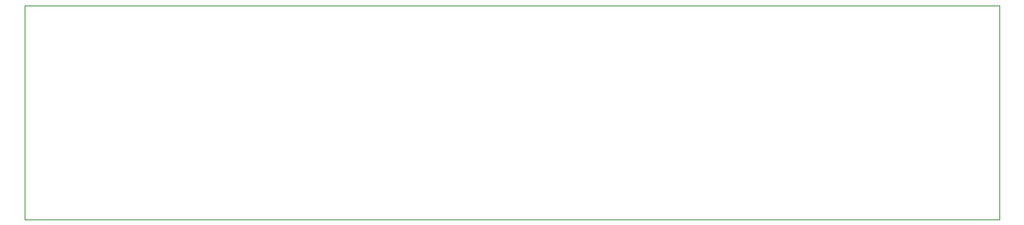
<source format=gbr>
%TF.GenerationSoftware,KiCad,Pcbnew,8.0.8*%
%TF.CreationDate,2025-03-10T16:10:23+01:00*%
%TF.ProjectId,DIYFAN _interface_V1,44495946-414e-4205-9f69-6e7465726661,rev?*%
%TF.SameCoordinates,Original*%
%TF.FileFunction,Profile,NP*%
%FSLAX46Y46*%
G04 Gerber Fmt 4.6, Leading zero omitted, Abs format (unit mm)*
G04 Created by KiCad (PCBNEW 8.0.8) date 2025-03-10 16:10:23*
%MOMM*%
%LPD*%
G01*
G04 APERTURE LIST*
%TA.AperFunction,Profile*%
%ADD10C,0.050000*%
%TD*%
G04 APERTURE END LIST*
D10*
X99314000Y-78740000D02*
X203200000Y-78740000D01*
X203200000Y-101600000D01*
X99314000Y-101600000D01*
X99314000Y-78740000D01*
M02*

</source>
